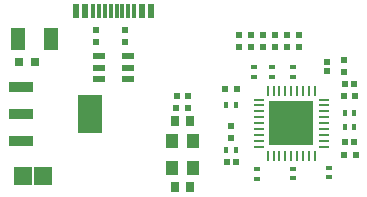
<source format=gtp>
G04*
G04 #@! TF.GenerationSoftware,Altium Limited,Altium Designer,23.5.1 (21)*
G04*
G04 Layer_Color=8421504*
%FSLAX44Y44*%
%MOMM*%
G71*
G04*
G04 #@! TF.SameCoordinates,2BC34154-30F2-4EB8-A0CA-646768C512BA*
G04*
G04*
G04 #@! TF.FilePolarity,Positive*
G04*
G01*
G75*
%ADD13R,0.4000X0.5000*%
%ADD14R,0.5000X0.4000*%
%ADD15R,0.5000X0.6000*%
%ADD16R,0.6000X0.5000*%
%ADD17R,0.5153X0.4725*%
%ADD18R,0.4725X0.5153*%
%ADD19R,3.7000X3.7000*%
%ADD20R,0.9000X0.2800*%
%ADD21R,0.2800X0.9000*%
%ADD22R,0.7500X0.8500*%
%ADD23R,1.0500X1.3000*%
%ADD24R,1.3000X1.8500*%
%ADD25R,0.6000X0.5000*%
%ADD26R,0.3000X1.1500*%
%ADD27R,0.6000X1.1500*%
%ADD28R,1.1000X0.6000*%
%ADD29R,2.1500X0.9500*%
%ADD30R,2.1500X3.2500*%
%ADD31R,1.5781X1.5562*%
G04:AMPARAMS|DCode=32|XSize=0.76mm|YSize=0.6604mm|CornerRadius=0.0825mm|HoleSize=0mm|Usage=FLASHONLY|Rotation=90.000|XOffset=0mm|YOffset=0mm|HoleType=Round|Shape=RoundedRectangle|*
%AMROUNDEDRECTD32*
21,1,0.7600,0.4953,0,0,90.0*
21,1,0.5949,0.6604,0,0,90.0*
1,1,0.1651,0.2477,0.2975*
1,1,0.1651,0.2477,-0.2975*
1,1,0.1651,-0.2477,-0.2975*
1,1,0.1651,-0.2477,0.2975*
%
%ADD32ROUNDEDRECTD32*%
D13*
X502950Y1117600D02*
D03*
X494950D02*
D03*
X394780Y1123950D02*
D03*
X402780D02*
D03*
Y1085850D02*
D03*
X394780D02*
D03*
X502950Y1105260D02*
D03*
X494950D02*
D03*
D14*
X417830Y1155890D02*
D03*
Y1147890D02*
D03*
X450850D02*
D03*
Y1155890D02*
D03*
X433070D02*
D03*
Y1147890D02*
D03*
X481330Y1070800D02*
D03*
Y1062800D02*
D03*
X450880Y1061890D02*
D03*
Y1069890D02*
D03*
X420370Y1069530D02*
D03*
Y1061530D02*
D03*
D15*
X362476Y1131508D02*
D03*
X352476D02*
D03*
X403780Y1137960D02*
D03*
X393700D02*
D03*
X362464Y1121410D02*
D03*
X352464D02*
D03*
X494030Y1082040D02*
D03*
X504110D02*
D03*
X493870Y1131930D02*
D03*
X503950D02*
D03*
D16*
X435610Y1173560D02*
D03*
Y1183640D02*
D03*
X455930Y1173560D02*
D03*
Y1183640D02*
D03*
X494030Y1161970D02*
D03*
Y1151890D02*
D03*
X445770Y1173560D02*
D03*
Y1183640D02*
D03*
X425450Y1183560D02*
D03*
Y1173480D02*
D03*
X405130Y1173560D02*
D03*
Y1183640D02*
D03*
X415290Y1173480D02*
D03*
Y1183560D02*
D03*
X308610Y1187370D02*
D03*
Y1177370D02*
D03*
X284480Y1187370D02*
D03*
Y1177370D02*
D03*
D17*
X502736Y1092429D02*
D03*
X495164D02*
D03*
X502736Y1142078D02*
D03*
X495164D02*
D03*
X402566Y1075690D02*
D03*
X394994D02*
D03*
D18*
X479770Y1160756D02*
D03*
Y1153184D02*
D03*
D19*
X449610Y1108710D02*
D03*
D20*
X422110Y1088710D02*
D03*
Y1093710D02*
D03*
Y1098710D02*
D03*
Y1103710D02*
D03*
Y1108710D02*
D03*
Y1113710D02*
D03*
Y1118710D02*
D03*
Y1123710D02*
D03*
Y1128710D02*
D03*
X477110D02*
D03*
Y1123710D02*
D03*
Y1118710D02*
D03*
Y1113710D02*
D03*
Y1108710D02*
D03*
Y1103710D02*
D03*
Y1098710D02*
D03*
Y1093710D02*
D03*
Y1088710D02*
D03*
D21*
X429610Y1136210D02*
D03*
X434610D02*
D03*
X439610D02*
D03*
X444610D02*
D03*
X449610D02*
D03*
X454610D02*
D03*
X459610D02*
D03*
X464610D02*
D03*
X469610D02*
D03*
Y1081210D02*
D03*
X464610D02*
D03*
X459610D02*
D03*
X454610D02*
D03*
X449610D02*
D03*
X444610D02*
D03*
X439610D02*
D03*
X434610D02*
D03*
X429610D02*
D03*
D22*
X363714Y1110818D02*
D03*
X351214Y1110818D02*
D03*
X351300Y1054460D02*
D03*
X363800Y1054460D02*
D03*
D23*
X366300Y1070900D02*
D03*
Y1093900D02*
D03*
X348800D02*
D03*
Y1070900D02*
D03*
D24*
X246410Y1179830D02*
D03*
X218410D02*
D03*
D25*
X398780Y1096090D02*
D03*
Y1106090D02*
D03*
D26*
X296700Y1203738D02*
D03*
X301700D02*
D03*
X281700D02*
D03*
X286700D02*
D03*
X291700D02*
D03*
X306700D02*
D03*
X316700D02*
D03*
X311700D02*
D03*
D27*
X267200D02*
D03*
X331200D02*
D03*
X323200D02*
D03*
X275200D02*
D03*
D28*
X286700Y1155700D02*
D03*
Y1165200D02*
D03*
X311700D02*
D03*
Y1155700D02*
D03*
Y1146200D02*
D03*
X286700D02*
D03*
D29*
X221190Y1139330D02*
D03*
Y1116330D02*
D03*
Y1093330D02*
D03*
D30*
X279190Y1116330D02*
D03*
D31*
X222499Y1064260D02*
D03*
X239781D02*
D03*
D32*
X233060Y1160780D02*
D03*
X219060D02*
D03*
M02*

</source>
